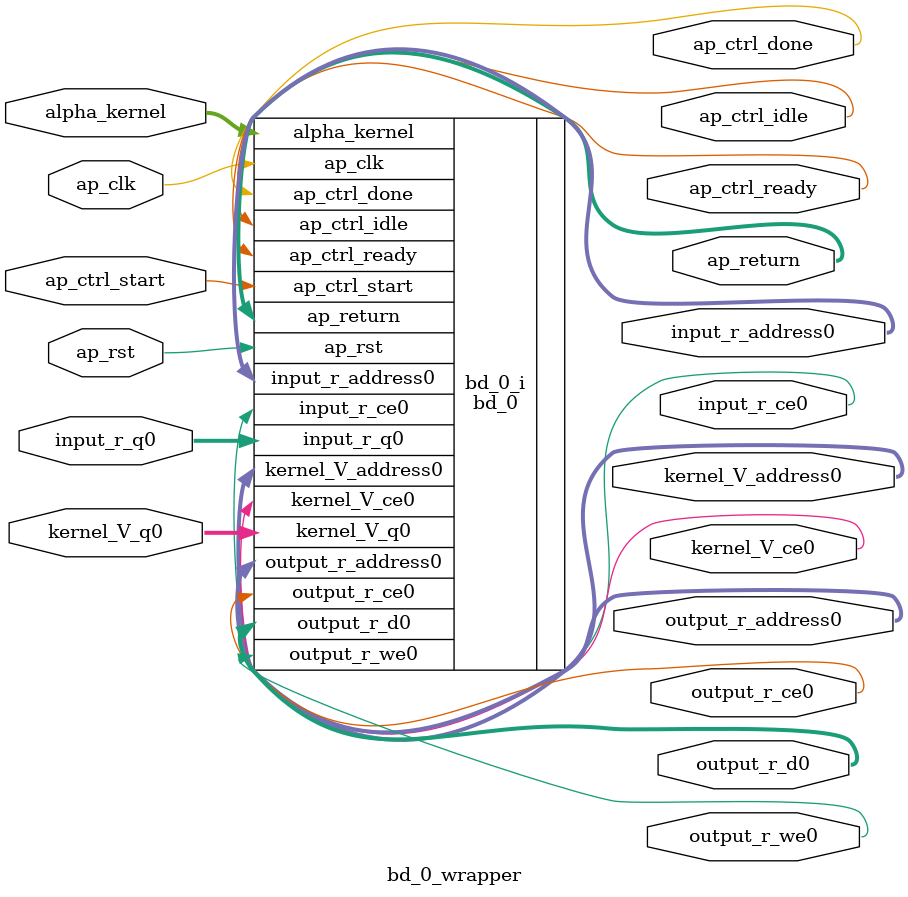
<source format=v>
`timescale 1 ps / 1 ps

module bd_0_wrapper
   (alpha_kernel,
    ap_clk,
    ap_ctrl_done,
    ap_ctrl_idle,
    ap_ctrl_ready,
    ap_ctrl_start,
    ap_return,
    ap_rst,
    input_r_address0,
    input_r_ce0,
    input_r_q0,
    kernel_V_address0,
    kernel_V_ce0,
    kernel_V_q0,
    output_r_address0,
    output_r_ce0,
    output_r_d0,
    output_r_we0);
  input [31:0]alpha_kernel;
  input ap_clk;
  output ap_ctrl_done;
  output ap_ctrl_idle;
  output ap_ctrl_ready;
  input ap_ctrl_start;
  output [31:0]ap_return;
  input ap_rst;
  output [13:0]input_r_address0;
  output input_r_ce0;
  input [7:0]input_r_q0;
  output [4:0]kernel_V_address0;
  output kernel_V_ce0;
  input [3:0]kernel_V_q0;
  output [13:0]output_r_address0;
  output output_r_ce0;
  output [7:0]output_r_d0;
  output output_r_we0;

  wire [31:0]alpha_kernel;
  wire ap_clk;
  wire ap_ctrl_done;
  wire ap_ctrl_idle;
  wire ap_ctrl_ready;
  wire ap_ctrl_start;
  wire [31:0]ap_return;
  wire ap_rst;
  wire [13:0]input_r_address0;
  wire input_r_ce0;
  wire [7:0]input_r_q0;
  wire [4:0]kernel_V_address0;
  wire kernel_V_ce0;
  wire [3:0]kernel_V_q0;
  wire [13:0]output_r_address0;
  wire output_r_ce0;
  wire [7:0]output_r_d0;
  wire output_r_we0;

  bd_0 bd_0_i
       (.alpha_kernel(alpha_kernel),
        .ap_clk(ap_clk),
        .ap_ctrl_done(ap_ctrl_done),
        .ap_ctrl_idle(ap_ctrl_idle),
        .ap_ctrl_ready(ap_ctrl_ready),
        .ap_ctrl_start(ap_ctrl_start),
        .ap_return(ap_return),
        .ap_rst(ap_rst),
        .input_r_address0(input_r_address0),
        .input_r_ce0(input_r_ce0),
        .input_r_q0(input_r_q0),
        .kernel_V_address0(kernel_V_address0),
        .kernel_V_ce0(kernel_V_ce0),
        .kernel_V_q0(kernel_V_q0),
        .output_r_address0(output_r_address0),
        .output_r_ce0(output_r_ce0),
        .output_r_d0(output_r_d0),
        .output_r_we0(output_r_we0));
endmodule

</source>
